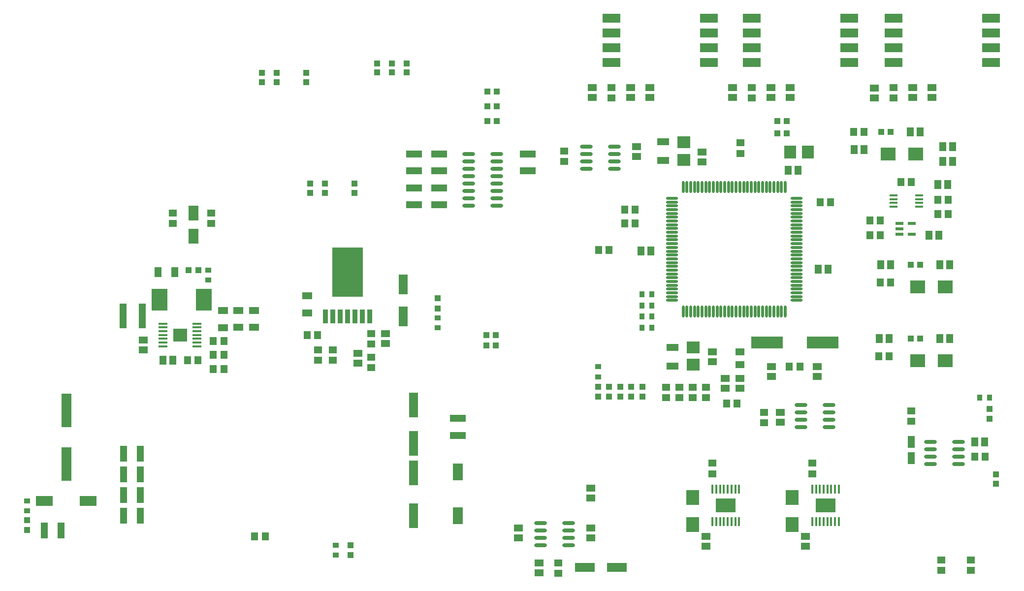
<source format=gtp>
%FSLAX25Y25*%
%MOIN*%
G70*
G01*
G75*
G04 Layer_Color=8421504*
%ADD10R,0.03937X0.03937*%
%ADD11R,0.03937X0.03937*%
%ADD12R,0.01260X0.06299*%
%ADD13R,0.13386X0.09685*%
%ADD14R,0.08661X0.09843*%
%ADD15R,0.03937X0.03543*%
%ADD16R,0.04331X0.03937*%
%ADD17R,0.03937X0.04331*%
%ADD18R,0.03543X0.03937*%
%ADD19R,0.06299X0.16535*%
%ADD20R,0.05906X0.05118*%
%ADD21R,0.09843X0.08661*%
%ADD22R,0.21654X0.07874*%
%ADD23R,0.05709X0.01772*%
%ADD24O,0.08661X0.02362*%
%ADD25R,0.03504X0.09488*%
%ADD26R,0.21063X0.33622*%
%ADD27R,0.06299X0.01378*%
%ADD28R,0.09685X0.09095*%
%ADD29O,0.08071X0.01772*%
%ADD30O,0.01772X0.08071*%
%ADD31R,0.04724X0.05512*%
%ADD32R,0.05512X0.04724*%
%ADD33R,0.12000X0.06000*%
%ADD34R,0.07087X0.11811*%
%ADD35R,0.11811X0.07087*%
%ADD36R,0.04600X0.16700*%
%ADD37R,0.07874X0.04724*%
%ADD38R,0.06693X0.09843*%
%ADD39R,0.11000X0.15000*%
%ADD40R,0.05118X0.05906*%
%ADD41R,0.04724X0.07874*%
%ADD42R,0.05118X0.10630*%
%ADD43R,0.10630X0.05118*%
%ADD44R,0.07087X0.22835*%
%ADD45R,0.07087X0.05118*%
%ADD46R,0.06299X0.13780*%
%ADD47R,0.05118X0.07087*%
%ADD48R,0.13780X0.06299*%
%ADD49R,0.07874X0.08661*%
%ADD50R,0.08661X0.07874*%
%ADD51R,0.05709X0.02165*%
%ADD52R,0.05709X0.02165*%
%ADD53C,0.01500*%
%ADD54C,0.01000*%
%ADD55C,0.01200*%
%ADD56C,0.05000*%
%ADD57C,0.02500*%
%ADD58C,0.02000*%
%ADD59C,0.03000*%
%ADD60C,0.01400*%
%ADD61C,0.03500*%
%ADD62R,0.06200X0.06200*%
%ADD63C,0.06200*%
%ADD64R,0.06200X0.06200*%
%ADD65C,0.02800*%
%ADD66C,0.09449*%
%ADD67R,0.09449X0.09449*%
%ADD68R,0.05906X0.05906*%
%ADD69C,0.05906*%
%ADD70R,0.05906X0.05906*%
%ADD71C,0.25590*%
%ADD72C,0.05000*%
%ADD73R,0.09449X0.09449*%
%ADD74C,0.07874*%
%ADD75C,0.03200*%
%ADD76C,0.04000*%
%ADD77C,0.07543*%
G04:AMPARAMS|DCode=78|XSize=95.118mil|YSize=95.118mil|CornerRadius=0mil|HoleSize=0mil|Usage=FLASHONLY|Rotation=0.000|XOffset=0mil|YOffset=0mil|HoleType=Round|Shape=Relief|Width=10mil|Gap=10mil|Entries=4|*
%AMTHD78*
7,0,0,0.09512,0.07512,0.01000,45*
%
%ADD78THD78*%
%ADD79C,0.09512*%
%ADD80C,0.07543*%
G04:AMPARAMS|DCode=81|XSize=75.433mil|YSize=75.433mil|CornerRadius=0mil|HoleSize=0mil|Usage=FLASHONLY|Rotation=0.000|XOffset=0mil|YOffset=0mil|HoleType=Round|Shape=Relief|Width=10mil|Gap=10mil|Entries=4|*
%AMTHD81*
7,0,0,0.07543,0.05543,0.01000,45*
%
%ADD81THD81*%
%ADD82C,0.21717*%
%ADD83C,0.05200*%
%ADD84C,0.06800*%
%ADD85C,0.08724*%
G04:AMPARAMS|DCode=86|XSize=87.244mil|YSize=87.244mil|CornerRadius=0mil|HoleSize=0mil|Usage=FLASHONLY|Rotation=0.000|XOffset=0mil|YOffset=0mil|HoleType=Round|Shape=Relief|Width=10mil|Gap=10mil|Entries=4|*
%AMTHD86*
7,0,0,0.08724,0.06724,0.01000,45*
%
%ADD86THD86*%
%ADD87C,0.07150*%
G04:AMPARAMS|DCode=88|XSize=71.496mil|YSize=71.496mil|CornerRadius=0mil|HoleSize=0mil|Usage=FLASHONLY|Rotation=0.000|XOffset=0mil|YOffset=0mil|HoleType=Round|Shape=Relief|Width=10mil|Gap=10mil|Entries=4|*
%AMTHD88*
7,0,0,0.07150,0.05150,0.01000,45*
%
%ADD88THD88*%
G04:AMPARAMS|DCode=89|XSize=75.433mil|YSize=75.433mil|CornerRadius=0mil|HoleSize=0mil|Usage=FLASHONLY|Rotation=0.000|XOffset=0mil|YOffset=0mil|HoleType=Round|Shape=Relief|Width=10mil|Gap=10mil|Entries=4|*
%AMTHD89*
7,0,0,0.07543,0.05543,0.01000,45*
%
%ADD89THD89*%
%ADD90C,0.05600*%
G04:AMPARAMS|DCode=91|XSize=56mil|YSize=56mil|CornerRadius=0mil|HoleSize=0mil|Usage=FLASHONLY|Rotation=0.000|XOffset=0mil|YOffset=0mil|HoleType=Round|Shape=Relief|Width=10mil|Gap=10mil|Entries=4|*
%AMTHD91*
7,0,0,0.05600,0.03600,0.01000,45*
%
%ADD91THD91*%
G04:AMPARAMS|DCode=92|XSize=68mil|YSize=68mil|CornerRadius=0mil|HoleSize=0mil|Usage=FLASHONLY|Rotation=0.000|XOffset=0mil|YOffset=0mil|HoleType=Round|Shape=Relief|Width=10mil|Gap=10mil|Entries=4|*
%AMTHD92*
7,0,0,0.06800,0.04800,0.01000,45*
%
%ADD92THD92*%
%ADD93C,0.00984*%
%ADD94C,0.02362*%
%ADD95C,0.00394*%
%ADD96C,0.00800*%
%ADD97C,0.00787*%
%ADD98C,0.00500*%
%ADD99C,0.00700*%
%ADD100R,0.18000X0.05000*%
%ADD101R,0.05000X0.18000*%
G54D10*
X605500Y801500D02*
D03*
Y795201D02*
D03*
X595500Y801500D02*
D03*
Y795201D02*
D03*
X585500Y801500D02*
D03*
Y795201D02*
D03*
X1004500Y516701D02*
D03*
Y523000D02*
D03*
X537500Y788701D02*
D03*
Y795000D02*
D03*
X517500Y788701D02*
D03*
Y795000D02*
D03*
X507500Y788701D02*
D03*
Y795000D02*
D03*
X570000Y713701D02*
D03*
Y720000D02*
D03*
X550000Y713701D02*
D03*
Y720000D02*
D03*
X540000Y713701D02*
D03*
Y720000D02*
D03*
G54D11*
X660000Y772500D02*
D03*
X666299D02*
D03*
X660000Y782500D02*
D03*
X666299D02*
D03*
X660000Y762500D02*
D03*
X666299D02*
D03*
X659350Y610500D02*
D03*
X665650D02*
D03*
Y617500D02*
D03*
X659350D02*
D03*
X953000Y615000D02*
D03*
X946701D02*
D03*
X953000Y665000D02*
D03*
X946701D02*
D03*
X933000Y755000D02*
D03*
X926701D02*
D03*
X856350Y754000D02*
D03*
X862650D02*
D03*
X856350Y762500D02*
D03*
X862650D02*
D03*
G54D12*
X830413Y491000D02*
D03*
Y513047D02*
D03*
X827854D02*
D03*
X812500D02*
D03*
X815059D02*
D03*
X817618D02*
D03*
X820177D02*
D03*
X822736D02*
D03*
X825295D02*
D03*
X827854Y491000D02*
D03*
X825295D02*
D03*
X822736D02*
D03*
X820177D02*
D03*
X817618D02*
D03*
X815059D02*
D03*
X812500D02*
D03*
X897913D02*
D03*
Y513047D02*
D03*
X895354D02*
D03*
X880000D02*
D03*
X882559D02*
D03*
X885118D02*
D03*
X887677D02*
D03*
X890236D02*
D03*
X892795D02*
D03*
X895354Y491000D02*
D03*
X892795D02*
D03*
X890236D02*
D03*
X887677D02*
D03*
X885118D02*
D03*
X882559D02*
D03*
X880000D02*
D03*
G54D13*
X821457Y502024D02*
D03*
X888957D02*
D03*
G54D14*
X799000Y489000D02*
D03*
Y507504D02*
D03*
X866500Y489000D02*
D03*
Y507504D02*
D03*
G54D15*
X471000Y661500D02*
D03*
Y654807D02*
D03*
X557500Y475000D02*
D03*
Y468307D02*
D03*
X626500Y629000D02*
D03*
Y622307D02*
D03*
X348500Y498307D02*
D03*
Y505000D02*
D03*
X735000Y595847D02*
D03*
Y589153D02*
D03*
G54D16*
X464500Y661500D02*
D03*
X457807D02*
D03*
G54D17*
X567500Y475000D02*
D03*
Y468307D02*
D03*
X626500Y635500D02*
D03*
Y642193D02*
D03*
X1000000Y567500D02*
D03*
Y560807D02*
D03*
X348500Y492000D02*
D03*
Y485307D02*
D03*
X735000Y575807D02*
D03*
Y582500D02*
D03*
X742500Y575807D02*
D03*
Y582500D02*
D03*
X750000Y575807D02*
D03*
Y582500D02*
D03*
X757500Y575807D02*
D03*
Y582500D02*
D03*
X765000Y575807D02*
D03*
Y582500D02*
D03*
G54D18*
X1000000Y575000D02*
D03*
X993307D02*
D03*
X771347Y645000D02*
D03*
X764653D02*
D03*
X771347Y637500D02*
D03*
X764653D02*
D03*
X771347Y630000D02*
D03*
X764653D02*
D03*
X771347Y622500D02*
D03*
X764653D02*
D03*
G54D19*
X610000Y544016D02*
D03*
Y570000D02*
D03*
Y495000D02*
D03*
Y524134D02*
D03*
G54D20*
X831000Y597323D02*
D03*
Y605984D02*
D03*
X826000Y778307D02*
D03*
Y785000D02*
D03*
X865000Y778307D02*
D03*
Y785000D02*
D03*
X852000D02*
D03*
Y778307D02*
D03*
X922000Y778000D02*
D03*
Y784693D02*
D03*
X731000Y778307D02*
D03*
Y785000D02*
D03*
X948000Y778307D02*
D03*
Y785000D02*
D03*
X961000D02*
D03*
Y778307D02*
D03*
X770000D02*
D03*
Y785000D02*
D03*
X757000D02*
D03*
Y778307D02*
D03*
X572500Y598307D02*
D03*
Y605000D02*
D03*
X591000Y611807D02*
D03*
Y618500D02*
D03*
X427000Y607307D02*
D03*
Y614000D02*
D03*
X730000Y486693D02*
D03*
Y480000D02*
D03*
X695000Y463000D02*
D03*
Y456307D02*
D03*
X730000Y513693D02*
D03*
Y507000D02*
D03*
X681000Y480000D02*
D03*
Y486693D02*
D03*
X808100Y474307D02*
D03*
Y481000D02*
D03*
X875500Y474307D02*
D03*
Y481000D02*
D03*
X858500Y558307D02*
D03*
Y565000D02*
D03*
X883457Y589307D02*
D03*
Y596000D02*
D03*
X805500Y741347D02*
D03*
Y734654D02*
D03*
X831000Y588000D02*
D03*
Y581307D02*
D03*
X821000Y588000D02*
D03*
Y581307D02*
D03*
X852457Y589307D02*
D03*
Y596000D02*
D03*
X761000Y745000D02*
D03*
Y738307D02*
D03*
X812500Y599307D02*
D03*
Y606000D02*
D03*
G54D21*
X951496Y600000D02*
D03*
X970000D02*
D03*
X951496Y650000D02*
D03*
X970000D02*
D03*
X931496Y740000D02*
D03*
X950000D02*
D03*
G54D22*
X886902Y612500D02*
D03*
X849500D02*
D03*
G54D23*
X935000Y712000D02*
D03*
Y709441D02*
D03*
Y706882D02*
D03*
Y704323D02*
D03*
X952400Y704300D02*
D03*
Y706859D02*
D03*
Y709418D02*
D03*
Y711977D02*
D03*
G54D24*
X978898Y530000D02*
D03*
Y535000D02*
D03*
Y540000D02*
D03*
Y545000D02*
D03*
X960000Y530000D02*
D03*
Y535000D02*
D03*
Y540000D02*
D03*
Y545000D02*
D03*
X714898Y475000D02*
D03*
Y480000D02*
D03*
Y485000D02*
D03*
Y490000D02*
D03*
X696000Y475000D02*
D03*
Y480000D02*
D03*
Y485000D02*
D03*
Y490000D02*
D03*
X647500Y740000D02*
D03*
Y735000D02*
D03*
Y730000D02*
D03*
Y725000D02*
D03*
Y720000D02*
D03*
Y715000D02*
D03*
Y710000D02*
D03*
Y705000D02*
D03*
X666398Y740000D02*
D03*
Y735000D02*
D03*
Y730000D02*
D03*
Y725000D02*
D03*
Y720000D02*
D03*
Y715000D02*
D03*
Y710000D02*
D03*
Y705000D02*
D03*
X891398Y555000D02*
D03*
Y560000D02*
D03*
Y565000D02*
D03*
Y570000D02*
D03*
X872500Y555000D02*
D03*
Y560000D02*
D03*
Y565000D02*
D03*
Y570000D02*
D03*
X727000Y745000D02*
D03*
Y740000D02*
D03*
Y735000D02*
D03*
Y730000D02*
D03*
X745898Y745000D02*
D03*
Y740000D02*
D03*
Y735000D02*
D03*
Y730000D02*
D03*
G54D25*
X550500Y630061D02*
D03*
X555500D02*
D03*
X560500D02*
D03*
X565500D02*
D03*
X570500D02*
D03*
X575500D02*
D03*
X580500D02*
D03*
G54D26*
X565500Y660100D02*
D03*
G54D27*
X463500Y625177D02*
D03*
Y622618D02*
D03*
Y620059D02*
D03*
Y617500D02*
D03*
Y614941D02*
D03*
Y612382D02*
D03*
Y609823D02*
D03*
X440500D02*
D03*
Y612382D02*
D03*
Y614941D02*
D03*
Y617500D02*
D03*
Y620059D02*
D03*
Y622618D02*
D03*
Y625177D02*
D03*
G54D28*
X452000Y617500D02*
D03*
G54D29*
X785000Y710000D02*
D03*
X869252D02*
D03*
Y707441D02*
D03*
Y704882D02*
D03*
Y702323D02*
D03*
Y699764D02*
D03*
Y697205D02*
D03*
Y694646D02*
D03*
Y692087D02*
D03*
Y689528D02*
D03*
Y686969D02*
D03*
Y684409D02*
D03*
Y681850D02*
D03*
Y679291D02*
D03*
Y676732D02*
D03*
Y674173D02*
D03*
Y671614D02*
D03*
Y669055D02*
D03*
Y666496D02*
D03*
Y663937D02*
D03*
Y661378D02*
D03*
Y658819D02*
D03*
Y656260D02*
D03*
Y653701D02*
D03*
Y651142D02*
D03*
Y648583D02*
D03*
Y646024D02*
D03*
Y643465D02*
D03*
Y640906D02*
D03*
X785000D02*
D03*
Y643465D02*
D03*
Y646024D02*
D03*
Y648583D02*
D03*
Y651142D02*
D03*
Y653701D02*
D03*
Y656260D02*
D03*
Y658819D02*
D03*
Y661378D02*
D03*
Y663937D02*
D03*
Y666496D02*
D03*
Y669055D02*
D03*
Y671614D02*
D03*
Y674173D02*
D03*
Y676732D02*
D03*
Y679291D02*
D03*
Y681850D02*
D03*
Y684409D02*
D03*
Y686969D02*
D03*
Y689528D02*
D03*
Y692087D02*
D03*
Y694646D02*
D03*
Y697205D02*
D03*
Y699764D02*
D03*
Y702323D02*
D03*
Y704882D02*
D03*
Y707441D02*
D03*
G54D30*
X792579Y717579D02*
D03*
X795138D02*
D03*
X797697D02*
D03*
X800256D02*
D03*
X802815D02*
D03*
X805374D02*
D03*
X807933D02*
D03*
X810492D02*
D03*
X813051D02*
D03*
X815610D02*
D03*
X818169D02*
D03*
X820728D02*
D03*
X823287D02*
D03*
X825846D02*
D03*
X828406D02*
D03*
X830965D02*
D03*
X833524D02*
D03*
X836083D02*
D03*
X838642D02*
D03*
X841201D02*
D03*
X843760D02*
D03*
X846319D02*
D03*
X848878D02*
D03*
X851437D02*
D03*
X853996D02*
D03*
X856555D02*
D03*
X859114D02*
D03*
X861673D02*
D03*
Y633327D02*
D03*
X859114D02*
D03*
X856555D02*
D03*
X853996D02*
D03*
X851437D02*
D03*
X848878D02*
D03*
X846319D02*
D03*
X843760D02*
D03*
X841201D02*
D03*
X838642D02*
D03*
X836083D02*
D03*
X833524D02*
D03*
X830965D02*
D03*
X828406D02*
D03*
X825846D02*
D03*
X823287D02*
D03*
X820728D02*
D03*
X818169D02*
D03*
X815610D02*
D03*
X813051D02*
D03*
X810492D02*
D03*
X807933D02*
D03*
X805374D02*
D03*
X802815D02*
D03*
X800256D02*
D03*
X797697D02*
D03*
X795138D02*
D03*
X792579D02*
D03*
G54D31*
X940000Y721000D02*
D03*
X947087D02*
D03*
X932000Y603000D02*
D03*
X924913D02*
D03*
X933000Y653000D02*
D03*
X925913D02*
D03*
X915000Y755000D02*
D03*
X907913D02*
D03*
X997087Y535000D02*
D03*
X990000D02*
D03*
X885413Y707500D02*
D03*
X892500D02*
D03*
X509587Y480917D02*
D03*
X502500D02*
D03*
X545087Y617500D02*
D03*
X538000D02*
D03*
X481587Y594500D02*
D03*
X474500D02*
D03*
X481587Y613500D02*
D03*
X474500D02*
D03*
X456913Y600500D02*
D03*
X464000D02*
D03*
X474500Y604000D02*
D03*
X481587D02*
D03*
X965000Y709000D02*
D03*
X972087D02*
D03*
X742500Y675000D02*
D03*
X735413D02*
D03*
X760000Y693000D02*
D03*
X752913D02*
D03*
X864457Y596000D02*
D03*
X871543D02*
D03*
X829000Y571000D02*
D03*
X821913D02*
D03*
X752913Y702500D02*
D03*
X760000D02*
D03*
X972087Y699500D02*
D03*
X965000D02*
D03*
X926000Y685000D02*
D03*
X918913D02*
D03*
Y695000D02*
D03*
X926000D02*
D03*
G54D32*
X839000Y785000D02*
D03*
Y777913D02*
D03*
X935000Y785000D02*
D03*
Y777913D02*
D03*
X744000Y785000D02*
D03*
Y777913D02*
D03*
X473000Y692913D02*
D03*
Y700000D02*
D03*
X447000D02*
D03*
Y692913D02*
D03*
X947000Y566087D02*
D03*
Y559000D02*
D03*
X555500Y600413D02*
D03*
Y607500D02*
D03*
X581500Y595413D02*
D03*
Y602500D02*
D03*
X545500Y607500D02*
D03*
Y600413D02*
D03*
X581500Y611413D02*
D03*
Y618500D02*
D03*
X708000Y455913D02*
D03*
Y463000D02*
D03*
X812500Y530587D02*
D03*
Y523500D02*
D03*
X880000Y530587D02*
D03*
Y523500D02*
D03*
X987500Y464943D02*
D03*
Y457857D02*
D03*
X967500Y465043D02*
D03*
Y457957D02*
D03*
X831500Y740457D02*
D03*
Y747543D02*
D03*
X808000Y582043D02*
D03*
Y574957D02*
D03*
X799000Y574957D02*
D03*
Y582043D02*
D03*
X847500Y565000D02*
D03*
Y557913D02*
D03*
X790000Y574957D02*
D03*
Y582043D02*
D03*
X781000D02*
D03*
Y574957D02*
D03*
X712000Y735000D02*
D03*
Y742087D02*
D03*
G54D33*
X839000Y832000D02*
D03*
Y822000D02*
D03*
Y812000D02*
D03*
Y802000D02*
D03*
X905000Y832000D02*
D03*
Y822000D02*
D03*
Y812000D02*
D03*
Y802000D02*
D03*
X935000Y832000D02*
D03*
Y822000D02*
D03*
Y812000D02*
D03*
Y802000D02*
D03*
X1001000Y832000D02*
D03*
Y822000D02*
D03*
Y812000D02*
D03*
Y802000D02*
D03*
X744000Y832000D02*
D03*
Y822000D02*
D03*
Y812000D02*
D03*
Y802000D02*
D03*
X810000Y832000D02*
D03*
Y822000D02*
D03*
Y812000D02*
D03*
Y802000D02*
D03*
G54D34*
X640000Y495000D02*
D03*
Y524528D02*
D03*
G54D35*
X360000Y505000D02*
D03*
X389528D02*
D03*
G54D36*
X426500Y630500D02*
D03*
X413500D02*
D03*
G54D37*
X779000Y735701D02*
D03*
Y748299D02*
D03*
X785500Y596402D02*
D03*
Y609000D02*
D03*
G54D38*
X461000Y700000D02*
D03*
Y684252D02*
D03*
G54D39*
X438000Y641500D02*
D03*
X468000D02*
D03*
G54D40*
X973000Y615000D02*
D03*
X966307D02*
D03*
X932000D02*
D03*
X925307D02*
D03*
X973000Y665000D02*
D03*
X966307D02*
D03*
X933000D02*
D03*
X926307D02*
D03*
X975000Y745000D02*
D03*
X968307D02*
D03*
Y735000D02*
D03*
X975000D02*
D03*
X953000Y755000D02*
D03*
X946307D02*
D03*
X915000Y743000D02*
D03*
X908307D02*
D03*
X996693Y545000D02*
D03*
X990000D02*
D03*
X440307Y600500D02*
D03*
X447000D02*
D03*
X971693Y719500D02*
D03*
X965000D02*
D03*
X870347Y729000D02*
D03*
X863653D02*
D03*
X890847Y662000D02*
D03*
X884153D02*
D03*
X764153Y674500D02*
D03*
X770847D02*
D03*
X959000Y685000D02*
D03*
X965693D02*
D03*
G54D41*
X947000Y533976D02*
D03*
Y545000D02*
D03*
G54D42*
X360000Y485000D02*
D03*
X371417D02*
D03*
X413583Y495000D02*
D03*
X425000D02*
D03*
X413583Y509000D02*
D03*
X425000D02*
D03*
X413583Y523000D02*
D03*
X425000D02*
D03*
X413583Y537000D02*
D03*
X425000D02*
D03*
G54D43*
X640000Y560917D02*
D03*
Y549500D02*
D03*
X687500Y740000D02*
D03*
Y728583D02*
D03*
X627500Y705583D02*
D03*
Y717000D02*
D03*
X610500D02*
D03*
Y705583D02*
D03*
X627500Y740000D02*
D03*
Y728583D02*
D03*
X610500D02*
D03*
Y740000D02*
D03*
G54D44*
X375000Y566220D02*
D03*
Y530000D02*
D03*
G54D45*
X538000Y643917D02*
D03*
Y632500D02*
D03*
X481000Y633917D02*
D03*
Y622500D02*
D03*
X491500Y634000D02*
D03*
Y622583D02*
D03*
X502000Y634000D02*
D03*
Y622583D02*
D03*
G54D46*
X603000Y630000D02*
D03*
Y651563D02*
D03*
G54D47*
X448500Y660000D02*
D03*
X437083D02*
D03*
G54D48*
X726000Y460000D02*
D03*
X747563D02*
D03*
G54D49*
X865094Y741500D02*
D03*
X876906D02*
D03*
G54D50*
X793000Y736095D02*
D03*
Y747905D02*
D03*
X799500Y609000D02*
D03*
Y597189D02*
D03*
G54D51*
X947465Y693000D02*
D03*
Y685520D02*
D03*
X939000D02*
D03*
Y689260D02*
D03*
G54D52*
Y693000D02*
D03*
M02*

</source>
